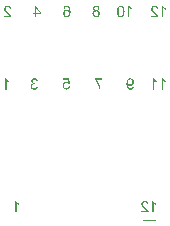
<source format=gbo>
G04*
G04 #@! TF.GenerationSoftware,Altium Limited,Altium Designer,23.9.2 (47)*
G04*
G04 Layer_Color=32896*
%FSLAX44Y44*%
%MOMM*%
G71*
G04*
G04 #@! TF.SameCoordinates,BDA42284-3A0F-4055-A59D-1AE2AF1CB793*
G04*
G04*
G04 #@! TF.FilePolarity,Positive*
G04*
G01*
G75*
%ADD11C,0.1000*%
G36*
X329743Y245915D02*
X329978Y245901D01*
X330200Y245859D01*
X330408Y245818D01*
X330602Y245762D01*
X330783Y245707D01*
X330949Y245637D01*
X331102Y245568D01*
X331240Y245499D01*
X331351Y245429D01*
X331448Y245374D01*
X331532Y245318D01*
X331601Y245277D01*
X331643Y245235D01*
X331670Y245221D01*
X331684Y245207D01*
X331823Y245069D01*
X331948Y244916D01*
X332072Y244750D01*
X332170Y244583D01*
X332336Y244251D01*
X332447Y243918D01*
X332489Y243765D01*
X332530Y243612D01*
X332558Y243488D01*
X332586Y243377D01*
X332599Y243280D01*
Y243210D01*
X332613Y243169D01*
Y243155D01*
X331407Y243030D01*
X331379Y243349D01*
X331324Y243626D01*
X331240Y243876D01*
X331143Y244070D01*
X331060Y244237D01*
X330977Y244347D01*
X330921Y244417D01*
X330894Y244445D01*
X330686Y244611D01*
X330464Y244736D01*
X330228Y244833D01*
X330020Y244888D01*
X329826Y244930D01*
X329659Y244944D01*
X329604Y244958D01*
X329521D01*
X329230Y244944D01*
X328966Y244888D01*
X328744Y244805D01*
X328550Y244722D01*
X328397Y244625D01*
X328300Y244556D01*
X328231Y244500D01*
X328203Y244472D01*
X328037Y244278D01*
X327912Y244084D01*
X327815Y243890D01*
X327759Y243696D01*
X327718Y243543D01*
X327704Y243405D01*
X327690Y243321D01*
Y243307D01*
Y243293D01*
X327718Y243044D01*
X327773Y242780D01*
X327870Y242545D01*
X327967Y242323D01*
X328078Y242143D01*
X328176Y241990D01*
X328203Y241934D01*
X328231Y241893D01*
X328259Y241879D01*
Y241865D01*
X328370Y241712D01*
X328508Y241560D01*
X328661Y241394D01*
X328827Y241227D01*
X329174Y240894D01*
X329521Y240562D01*
X329701Y240409D01*
X329854Y240270D01*
X330006Y240145D01*
X330131Y240035D01*
X330228Y239951D01*
X330311Y239882D01*
X330367Y239840D01*
X330381Y239826D01*
X330727Y239535D01*
X331046Y239258D01*
X331310Y239008D01*
X331518Y238800D01*
X331698Y238620D01*
X331823Y238495D01*
X331892Y238412D01*
X331920Y238398D01*
Y238384D01*
X332114Y238148D01*
X332267Y237927D01*
X332405Y237705D01*
X332516Y237510D01*
X332599Y237344D01*
X332655Y237219D01*
X332683Y237136D01*
X332697Y237122D01*
Y237108D01*
X332752Y236956D01*
X332780Y236817D01*
X332808Y236678D01*
X332821Y236553D01*
X332835Y236443D01*
Y236359D01*
Y236304D01*
Y236290D01*
X326470D01*
Y237427D01*
X331199D01*
X331032Y237663D01*
X330949Y237760D01*
X330880Y237857D01*
X330811Y237940D01*
X330755Y237996D01*
X330713Y238037D01*
X330700Y238051D01*
X330630Y238121D01*
X330547Y238190D01*
X330353Y238370D01*
X330131Y238578D01*
X329895Y238786D01*
X329673Y238967D01*
X329576Y239050D01*
X329493Y239133D01*
X329424Y239188D01*
X329368Y239230D01*
X329340Y239258D01*
X329327Y239272D01*
X329105Y239466D01*
X328883Y239646D01*
X328689Y239826D01*
X328508Y239979D01*
X328342Y240131D01*
X328203Y240270D01*
X328064Y240395D01*
X327954Y240506D01*
X327843Y240617D01*
X327759Y240700D01*
X327690Y240770D01*
X327621Y240839D01*
X327551Y240922D01*
X327524Y240950D01*
X327329Y241185D01*
X327163Y241394D01*
X327024Y241602D01*
X326913Y241768D01*
X326830Y241921D01*
X326775Y242031D01*
X326747Y242101D01*
X326733Y242129D01*
X326650Y242337D01*
X326595Y242545D01*
X326539Y242739D01*
X326511Y242905D01*
X326497Y243058D01*
X326483Y243169D01*
Y243238D01*
Y243266D01*
X326497Y243474D01*
X326525Y243668D01*
X326553Y243862D01*
X326608Y244029D01*
X326747Y244361D01*
X326886Y244625D01*
X326969Y244750D01*
X327038Y244847D01*
X327108Y244944D01*
X327177Y245013D01*
X327232Y245069D01*
X327260Y245124D01*
X327288Y245138D01*
X327302Y245152D01*
X327454Y245291D01*
X327621Y245415D01*
X327801Y245513D01*
X327981Y245596D01*
X328342Y245734D01*
X328703Y245832D01*
X328855Y245859D01*
X329008Y245887D01*
X329146Y245901D01*
X329257Y245915D01*
X329354Y245928D01*
X329493D01*
X329743Y245915D01*
D02*
G37*
G36*
X336594Y245693D02*
X336746Y245471D01*
X336926Y245249D01*
X337093Y245055D01*
X337259Y244888D01*
X337384Y244750D01*
X337440Y244708D01*
X337481Y244667D01*
X337495Y244653D01*
X337509Y244639D01*
X337800Y244403D01*
X338091Y244181D01*
X338369Y243987D01*
X338646Y243834D01*
X338882Y243696D01*
X338979Y243640D01*
X339062Y243599D01*
X339132Y243557D01*
X339187Y243543D01*
X339215Y243515D01*
X339229D01*
Y242378D01*
X339021Y242461D01*
X338812Y242558D01*
X338605Y242656D01*
X338410Y242753D01*
X338244Y242836D01*
X338105Y242905D01*
X338022Y242961D01*
X338008Y242975D01*
X337994D01*
X337745Y243127D01*
X337523Y243280D01*
X337329Y243418D01*
X337176Y243543D01*
X337037Y243640D01*
X336954Y243724D01*
X336885Y243779D01*
X336871Y243793D01*
Y236290D01*
X335692D01*
Y245928D01*
X336455D01*
X336594Y245693D01*
D02*
G37*
G36*
X336365Y184403D02*
X336517Y184181D01*
X336698Y183959D01*
X336864Y183765D01*
X337031Y183598D01*
X337155Y183460D01*
X337211Y183418D01*
X337253Y183377D01*
X337266Y183363D01*
X337280Y183349D01*
X337571Y183113D01*
X337863Y182891D01*
X338140Y182697D01*
X338418Y182544D01*
X338653Y182406D01*
X338750Y182350D01*
X338834Y182309D01*
X338903Y182267D01*
X338958Y182253D01*
X338986Y182225D01*
X339000D01*
Y181088D01*
X338792Y181171D01*
X338584Y181269D01*
X338376Y181366D01*
X338182Y181463D01*
X338015Y181546D01*
X337877Y181615D01*
X337793Y181671D01*
X337780Y181685D01*
X337766D01*
X337516Y181837D01*
X337294Y181990D01*
X337100Y182128D01*
X336948Y182253D01*
X336809Y182350D01*
X336726Y182433D01*
X336656Y182489D01*
X336642Y182503D01*
Y175000D01*
X335463D01*
Y184639D01*
X336226D01*
X336365Y184403D01*
D02*
G37*
G36*
X328904D02*
X329056Y184181D01*
X329237Y183959D01*
X329403Y183765D01*
X329570Y183598D01*
X329694Y183460D01*
X329750Y183418D01*
X329791Y183377D01*
X329805Y183363D01*
X329819Y183349D01*
X330110Y183113D01*
X330402Y182891D01*
X330679Y182697D01*
X330956Y182544D01*
X331192Y182406D01*
X331289Y182350D01*
X331372Y182309D01*
X331442Y182267D01*
X331497Y182253D01*
X331525Y182225D01*
X331539D01*
Y181088D01*
X331331Y181171D01*
X331123Y181269D01*
X330915Y181366D01*
X330720Y181463D01*
X330554Y181546D01*
X330415Y181615D01*
X330332Y181671D01*
X330318Y181685D01*
X330304D01*
X330055Y181837D01*
X329833Y181990D01*
X329639Y182128D01*
X329486Y182253D01*
X329348Y182350D01*
X329264Y182433D01*
X329195Y182489D01*
X329181Y182503D01*
Y175000D01*
X328002D01*
Y184639D01*
X328765D01*
X328904Y184403D01*
D02*
G37*
G36*
X307901Y245859D02*
X308053Y245637D01*
X308234Y245415D01*
X308400Y245221D01*
X308567Y245055D01*
X308692Y244916D01*
X308747Y244874D01*
X308789Y244833D01*
X308802Y244819D01*
X308816Y244805D01*
X309107Y244569D01*
X309399Y244347D01*
X309676Y244153D01*
X309953Y244001D01*
X310189Y243862D01*
X310286Y243807D01*
X310370Y243765D01*
X310439Y243724D01*
X310494Y243710D01*
X310522Y243682D01*
X310536D01*
Y242545D01*
X310328Y242628D01*
X310120Y242725D01*
X309912Y242822D01*
X309718Y242919D01*
X309551Y243002D01*
X309413Y243072D01*
X309329Y243127D01*
X309316Y243141D01*
X309302D01*
X309052Y243293D01*
X308830Y243446D01*
X308636Y243585D01*
X308484Y243710D01*
X308345Y243807D01*
X308262Y243890D01*
X308192Y243945D01*
X308178Y243959D01*
Y236456D01*
X306999D01*
Y246095D01*
X307762D01*
X307901Y245859D01*
D02*
G37*
G36*
X301216Y246067D02*
X301563Y246012D01*
X301854Y245915D01*
X302104Y245818D01*
X302312Y245707D01*
X302395Y245665D01*
X302465Y245610D01*
X302520Y245582D01*
X302562Y245554D01*
X302575Y245526D01*
X302589D01*
X302839Y245305D01*
X303047Y245041D01*
X303227Y244778D01*
X303366Y244528D01*
X303477Y244292D01*
X303532Y244195D01*
X303560Y244098D01*
X303588Y244029D01*
X303616Y243973D01*
X303629Y243945D01*
Y243932D01*
X303685Y243724D01*
X303741Y243515D01*
X303824Y243058D01*
X303893Y242600D01*
X303935Y242170D01*
X303948Y241962D01*
X303962Y241782D01*
Y241616D01*
X303976Y241463D01*
Y241352D01*
Y241255D01*
Y241199D01*
Y241185D01*
X303962Y240700D01*
X303935Y240243D01*
X303893Y239826D01*
X303824Y239438D01*
X303754Y239078D01*
X303671Y238759D01*
X303588Y238467D01*
X303505Y238218D01*
X303421Y237996D01*
X303324Y237802D01*
X303255Y237635D01*
X303186Y237510D01*
X303116Y237400D01*
X303075Y237330D01*
X303047Y237288D01*
X303033Y237275D01*
X302881Y237108D01*
X302714Y236956D01*
X302534Y236817D01*
X302354Y236706D01*
X302173Y236609D01*
X301993Y236526D01*
X301813Y236470D01*
X301646Y236415D01*
X301480Y236373D01*
X301327Y236346D01*
X301189Y236318D01*
X301078Y236304D01*
X300981Y236290D01*
X300842D01*
X300467Y236318D01*
X300121Y236373D01*
X299830Y236470D01*
X299580Y236567D01*
X299372Y236664D01*
X299303Y236720D01*
X299233Y236761D01*
X299178Y236789D01*
X299136Y236817D01*
X299122Y236845D01*
X299108D01*
X298859Y237080D01*
X298651Y237330D01*
X298470Y237607D01*
X298332Y237857D01*
X298221Y238093D01*
X298165Y238190D01*
X298138Y238287D01*
X298110Y238356D01*
X298082Y238412D01*
X298068Y238440D01*
Y238454D01*
X297999Y238661D01*
X297943Y238869D01*
X297860Y239313D01*
X297791Y239771D01*
X297749Y240215D01*
X297735Y240409D01*
X297722Y240589D01*
Y240756D01*
X297708Y240908D01*
Y241019D01*
Y241116D01*
Y241172D01*
Y241185D01*
Y241449D01*
X297722Y241699D01*
Y241921D01*
X297735Y242143D01*
X297763Y242337D01*
X297777Y242531D01*
X297791Y242697D01*
X297819Y242850D01*
X297833Y242988D01*
X297860Y243113D01*
X297874Y243210D01*
X297888Y243293D01*
X297902Y243363D01*
X297916Y243405D01*
X297930Y243432D01*
Y243446D01*
X298013Y243751D01*
X298110Y244029D01*
X298221Y244264D01*
X298304Y244472D01*
X298401Y244653D01*
X298457Y244778D01*
X298512Y244847D01*
X298526Y244874D01*
X298678Y245083D01*
X298831Y245263D01*
X298997Y245415D01*
X299150Y245554D01*
X299289Y245651D01*
X299400Y245721D01*
X299469Y245762D01*
X299483Y245776D01*
X299497D01*
X299719Y245887D01*
X299954Y245956D01*
X300176Y246012D01*
X300384Y246053D01*
X300565Y246081D01*
X300717Y246095D01*
X300842D01*
X301216Y246067D01*
D02*
G37*
G36*
X309155Y184632D02*
X309377Y184604D01*
X309598Y184562D01*
X309792Y184507D01*
X310167Y184354D01*
X310333Y184285D01*
X310472Y184202D01*
X310611Y184105D01*
X310722Y184035D01*
X310833Y183952D01*
X310916Y183883D01*
X310985Y183827D01*
X311027Y183786D01*
X311054Y183758D01*
X311068Y183744D01*
X311221Y183578D01*
X311346Y183384D01*
X311471Y183203D01*
X311568Y183009D01*
X311651Y182801D01*
X311720Y182607D01*
X311817Y182246D01*
X311859Y182066D01*
X311887Y181914D01*
X311901Y181761D01*
X311914Y181636D01*
X311928Y181539D01*
Y181470D01*
Y181414D01*
Y181400D01*
X311914Y181137D01*
X311887Y180901D01*
X311859Y180665D01*
X311803Y180443D01*
X311734Y180249D01*
X311665Y180055D01*
X311595Y179889D01*
X311512Y179736D01*
X311443Y179597D01*
X311374Y179473D01*
X311304Y179376D01*
X311235Y179279D01*
X311179Y179209D01*
X311152Y179168D01*
X311124Y179140D01*
X311110Y179126D01*
X310958Y178974D01*
X310791Y178849D01*
X310625Y178724D01*
X310444Y178627D01*
X310278Y178543D01*
X310112Y178474D01*
X309792Y178377D01*
X309654Y178335D01*
X309515Y178308D01*
X309404Y178294D01*
X309293Y178280D01*
X309210Y178266D01*
X309099D01*
X308836Y178280D01*
X308586Y178322D01*
X308364Y178377D01*
X308156Y178447D01*
X308004Y178502D01*
X307879Y178557D01*
X307796Y178599D01*
X307768Y178613D01*
X307546Y178752D01*
X307352Y178904D01*
X307185Y179057D01*
X307047Y179195D01*
X306950Y179334D01*
X306866Y179431D01*
X306811Y179501D01*
X306797Y179528D01*
Y179417D01*
Y179348D01*
Y179306D01*
Y179292D01*
X306811Y179015D01*
X306825Y178752D01*
X306852Y178516D01*
X306880Y178294D01*
X306922Y178114D01*
X306950Y177975D01*
X306963Y177920D01*
Y177878D01*
X306977Y177864D01*
Y177850D01*
X307047Y177600D01*
X307116Y177379D01*
X307185Y177184D01*
X307255Y177018D01*
X307310Y176893D01*
X307366Y176796D01*
X307393Y176727D01*
X307407Y176713D01*
X307518Y176560D01*
X307629Y176436D01*
X307740Y176325D01*
X307851Y176227D01*
X307934Y176144D01*
X308017Y176089D01*
X308073Y176061D01*
X308087Y176047D01*
X308239Y175964D01*
X308406Y175909D01*
X308558Y175867D01*
X308711Y175839D01*
X308836Y175825D01*
X308933Y175812D01*
X309030D01*
X309252Y175825D01*
X309460Y175867D01*
X309640Y175922D01*
X309792Y175992D01*
X309904Y176047D01*
X310000Y176103D01*
X310056Y176144D01*
X310070Y176158D01*
X310209Y176311D01*
X310319Y176491D01*
X310417Y176685D01*
X310486Y176879D01*
X310541Y177046D01*
X310583Y177198D01*
X310597Y177254D01*
Y177281D01*
X310611Y177309D01*
Y177323D01*
X311748Y177226D01*
X311665Y176824D01*
X311554Y176477D01*
X311415Y176172D01*
X311276Y175922D01*
X311138Y175728D01*
X311068Y175645D01*
X311013Y175576D01*
X310971Y175534D01*
X310930Y175492D01*
X310916Y175479D01*
X310902Y175465D01*
X310763Y175354D01*
X310611Y175257D01*
X310306Y175104D01*
X310000Y174993D01*
X309709Y174924D01*
X309446Y174868D01*
X309335Y174855D01*
X309238D01*
X309168Y174841D01*
X309058D01*
X308669Y174868D01*
X308323Y174924D01*
X308004Y175021D01*
X307740Y175132D01*
X307629Y175173D01*
X307518Y175229D01*
X307435Y175285D01*
X307352Y175326D01*
X307296Y175354D01*
X307255Y175382D01*
X307227Y175409D01*
X307213D01*
X306936Y175645D01*
X306686Y175909D01*
X306492Y176186D01*
X306325Y176449D01*
X306187Y176685D01*
X306131Y176796D01*
X306090Y176879D01*
X306062Y176963D01*
X306034Y177018D01*
X306020Y177046D01*
Y177060D01*
X305951Y177268D01*
X305882Y177503D01*
X305785Y177975D01*
X305715Y178474D01*
X305674Y178946D01*
X305646Y179154D01*
X305632Y179362D01*
Y179542D01*
X305618Y179695D01*
Y179819D01*
Y179916D01*
Y179986D01*
Y180000D01*
Y180319D01*
X305632Y180624D01*
X305660Y180901D01*
X305688Y181165D01*
X305715Y181400D01*
X305743Y181622D01*
X305785Y181830D01*
X305826Y182011D01*
X305868Y182163D01*
X305896Y182302D01*
X305937Y182427D01*
X305965Y182524D01*
X305993Y182593D01*
X306020Y182649D01*
X306034Y182676D01*
Y182690D01*
X306201Y183023D01*
X306381Y183314D01*
X306589Y183564D01*
X306769Y183772D01*
X306950Y183925D01*
X307088Y184035D01*
X307144Y184077D01*
X307185Y184105D01*
X307199Y184132D01*
X307213D01*
X307504Y184299D01*
X307796Y184424D01*
X308087Y184521D01*
X308350Y184576D01*
X308586Y184618D01*
X308683Y184632D01*
X308752D01*
X308822Y184646D01*
X308919D01*
X309155Y184632D01*
D02*
G37*
G36*
X280224Y246081D02*
X280446Y246067D01*
X280835Y245984D01*
X281015Y245928D01*
X281181Y245873D01*
X281334Y245804D01*
X281473Y245734D01*
X281583Y245665D01*
X281695Y245596D01*
X281792Y245540D01*
X281861Y245485D01*
X281916Y245443D01*
X281958Y245401D01*
X281986Y245388D01*
X282000Y245374D01*
X282124Y245235D01*
X282249Y245096D01*
X282346Y244944D01*
X282430Y244791D01*
X282568Y244500D01*
X282651Y244223D01*
X282707Y243987D01*
X282721Y243876D01*
X282735Y243793D01*
X282749Y243710D01*
Y243654D01*
Y243626D01*
Y243612D01*
X282735Y243363D01*
X282693Y243127D01*
X282638Y242919D01*
X282568Y242739D01*
X282513Y242600D01*
X282457Y242489D01*
X282416Y242434D01*
X282402Y242406D01*
X282249Y242239D01*
X282083Y242087D01*
X281903Y241948D01*
X281722Y241837D01*
X281556Y241754D01*
X281431Y241699D01*
X281376Y241671D01*
X281334Y241657D01*
X281320Y241643D01*
X281306D01*
X281625Y241546D01*
X281889Y241421D01*
X282124Y241269D01*
X282319Y241130D01*
X282471Y240991D01*
X282582Y240880D01*
X282638Y240811D01*
X282665Y240797D01*
Y240783D01*
X282818Y240534D01*
X282943Y240270D01*
X283026Y240021D01*
X283081Y239771D01*
X283109Y239549D01*
X283123Y239452D01*
Y239369D01*
X283137Y239313D01*
Y239258D01*
Y239230D01*
Y239216D01*
X283123Y238994D01*
X283095Y238772D01*
X283054Y238564D01*
X282998Y238356D01*
X282859Y238010D01*
X282790Y237843D01*
X282707Y237705D01*
X282624Y237566D01*
X282554Y237455D01*
X282471Y237358D01*
X282416Y237275D01*
X282360Y237205D01*
X282319Y237164D01*
X282291Y237136D01*
X282277Y237122D01*
X282111Y236970D01*
X281930Y236845D01*
X281736Y236734D01*
X281542Y236637D01*
X281362Y236567D01*
X281168Y236498D01*
X280793Y236401D01*
X280627Y236359D01*
X280474Y236332D01*
X280335Y236318D01*
X280211Y236304D01*
X280114Y236290D01*
X279975D01*
X279711Y236304D01*
X279475Y236332D01*
X279240Y236373D01*
X279018Y236415D01*
X278824Y236484D01*
X278630Y236553D01*
X278449Y236623D01*
X278297Y236706D01*
X278158Y236789D01*
X278033Y236859D01*
X277936Y236928D01*
X277839Y236997D01*
X277770Y237039D01*
X277728Y237080D01*
X277700Y237108D01*
X277687Y237122D01*
X277534Y237288D01*
X277395Y237455D01*
X277284Y237621D01*
X277187Y237802D01*
X277090Y237968D01*
X277021Y238148D01*
X276924Y238467D01*
X276882Y238620D01*
X276854Y238759D01*
X276840Y238883D01*
X276827Y238981D01*
X276813Y239064D01*
Y239133D01*
Y239175D01*
Y239188D01*
X276827Y239508D01*
X276882Y239799D01*
X276965Y240062D01*
X277049Y240284D01*
X277132Y240464D01*
X277215Y240603D01*
X277271Y240686D01*
X277284Y240700D01*
Y240714D01*
X277479Y240936D01*
X277687Y241130D01*
X277908Y241283D01*
X278116Y241421D01*
X278311Y241518D01*
X278477Y241588D01*
X278533Y241616D01*
X278574Y241629D01*
X278602Y241643D01*
X278616D01*
X278366Y241754D01*
X278158Y241879D01*
X277978Y242004D01*
X277825Y242129D01*
X277714Y242239D01*
X277631Y242323D01*
X277576Y242378D01*
X277562Y242406D01*
X277437Y242600D01*
X277354Y242794D01*
X277284Y242988D01*
X277243Y243183D01*
X277215Y243335D01*
X277201Y243460D01*
Y243543D01*
Y243557D01*
Y243571D01*
X277215Y243765D01*
X277229Y243945D01*
X277326Y244292D01*
X277451Y244597D01*
X277589Y244861D01*
X277728Y245069D01*
X277798Y245152D01*
X277853Y245235D01*
X277908Y245291D01*
X277950Y245332D01*
X277964Y245346D01*
X277978Y245360D01*
X278130Y245485D01*
X278283Y245610D01*
X278449Y245707D01*
X278616Y245790D01*
X278948Y245915D01*
X279281Y245998D01*
X279420Y246040D01*
X279559Y246053D01*
X279684Y246067D01*
X279795Y246081D01*
X279878Y246095D01*
X280002D01*
X280224Y246081D01*
D02*
G37*
G36*
X284960Y183494D02*
X280258D01*
X280591Y183092D01*
X280910Y182662D01*
X281187Y182246D01*
X281451Y181844D01*
X281562Y181664D01*
X281659Y181497D01*
X281756Y181345D01*
X281825Y181220D01*
X281881Y181109D01*
X281922Y181040D01*
X281950Y180984D01*
X281964Y180970D01*
X282241Y180415D01*
X282491Y179861D01*
X282699Y179334D01*
X282782Y179098D01*
X282866Y178862D01*
X282949Y178654D01*
X283004Y178460D01*
X283060Y178294D01*
X283101Y178155D01*
X283143Y178030D01*
X283171Y177947D01*
X283185Y177891D01*
Y177878D01*
X283323Y177309D01*
X283379Y177032D01*
X283420Y176782D01*
X283462Y176546D01*
X283503Y176310D01*
X283531Y176116D01*
X283559Y175922D01*
X283573Y175756D01*
X283587Y175603D01*
X283601Y175464D01*
Y175354D01*
X283614Y175270D01*
Y175215D01*
Y175173D01*
Y175159D01*
X282408D01*
X282366Y175686D01*
X282297Y176172D01*
X282228Y176616D01*
X282186Y176824D01*
X282144Y177018D01*
X282117Y177184D01*
X282075Y177337D01*
X282047Y177475D01*
X282020Y177586D01*
X281992Y177670D01*
X281978Y177739D01*
X281964Y177780D01*
Y177794D01*
X281756Y178432D01*
X281534Y179029D01*
X281423Y179320D01*
X281312Y179597D01*
X281187Y179847D01*
X281077Y180096D01*
X280979Y180318D01*
X280882Y180513D01*
X280799Y180679D01*
X280730Y180832D01*
X280660Y180956D01*
X280619Y181040D01*
X280591Y181095D01*
X280577Y181109D01*
X280411Y181400D01*
X280244Y181691D01*
X280078Y181955D01*
X279911Y182204D01*
X279759Y182426D01*
X279606Y182648D01*
X279454Y182842D01*
X279329Y183009D01*
X279204Y183175D01*
X279093Y183314D01*
X278982Y183425D01*
X278899Y183522D01*
X278844Y183605D01*
X278788Y183661D01*
X278761Y183688D01*
X278747Y183702D01*
Y184632D01*
X284960D01*
Y183494D01*
D02*
G37*
G36*
X255139Y246081D02*
X255403Y246053D01*
X255652Y245998D01*
X255888Y245928D01*
X256096Y245832D01*
X256304Y245748D01*
X256485Y245637D01*
X256651Y245540D01*
X256790Y245443D01*
X256928Y245332D01*
X257039Y245249D01*
X257122Y245166D01*
X257192Y245083D01*
X257247Y245027D01*
X257275Y244999D01*
X257289Y244986D01*
X257469Y244736D01*
X257622Y244445D01*
X257760Y244139D01*
X257885Y243820D01*
X257982Y243488D01*
X258065Y243155D01*
X258135Y242808D01*
X258190Y242489D01*
X258232Y242170D01*
X258260Y241879D01*
X258287Y241616D01*
X258301Y241394D01*
Y241199D01*
X258315Y241061D01*
Y241005D01*
Y240964D01*
Y240950D01*
Y240936D01*
X258301Y240492D01*
X258274Y240076D01*
X258232Y239688D01*
X258162Y239327D01*
X258093Y239008D01*
X258024Y238717D01*
X257941Y238454D01*
X257844Y238218D01*
X257760Y238024D01*
X257677Y237843D01*
X257608Y237705D01*
X257525Y237580D01*
X257469Y237483D01*
X257428Y237427D01*
X257400Y237386D01*
X257386Y237372D01*
X257206Y237178D01*
X257011Y237011D01*
X256817Y236873D01*
X256623Y236748D01*
X256415Y236637D01*
X256221Y236553D01*
X256027Y236484D01*
X255833Y236429D01*
X255666Y236387D01*
X255500Y236346D01*
X255361Y236318D01*
X255236Y236304D01*
X255125D01*
X255056Y236290D01*
X254987D01*
X254668Y236304D01*
X254377Y236359D01*
X254113Y236415D01*
X253877Y236498D01*
X253697Y236567D01*
X253558Y236637D01*
X253503Y236651D01*
X253461Y236678D01*
X253447Y236692D01*
X253433D01*
X253198Y236859D01*
X252976Y237053D01*
X252796Y237247D01*
X252643Y237441D01*
X252518Y237621D01*
X252435Y237760D01*
X252407Y237815D01*
X252379Y237857D01*
X252365Y237871D01*
Y237885D01*
X252227Y238176D01*
X252130Y238481D01*
X252060Y238759D01*
X252019Y239022D01*
X251977Y239244D01*
Y239327D01*
X251963Y239410D01*
Y239480D01*
Y239521D01*
Y239549D01*
Y239563D01*
X251977Y239813D01*
X252005Y240048D01*
X252047Y240284D01*
X252088Y240492D01*
X252157Y240686D01*
X252227Y240880D01*
X252296Y241047D01*
X252379Y241199D01*
X252463Y241338D01*
X252532Y241463D01*
X252601Y241560D01*
X252671Y241657D01*
X252712Y241726D01*
X252754Y241768D01*
X252782Y241796D01*
X252796Y241810D01*
X252948Y241962D01*
X253114Y242101D01*
X253295Y242212D01*
X253461Y242309D01*
X253628Y242406D01*
X253794Y242475D01*
X254113Y242572D01*
X254252Y242614D01*
X254390Y242642D01*
X254501Y242656D01*
X254612Y242670D01*
X254695Y242683D01*
X254806D01*
X255056Y242670D01*
X255292Y242628D01*
X255514Y242586D01*
X255708Y242531D01*
X255874Y242461D01*
X255999Y242420D01*
X256082Y242378D01*
X256096Y242364D01*
X256110D01*
X256332Y242226D01*
X256526Y242073D01*
X256706Y241921D01*
X256845Y241754D01*
X256970Y241616D01*
X257067Y241504D01*
X257122Y241421D01*
X257136Y241407D01*
Y241657D01*
X257122Y241907D01*
X257108Y242129D01*
X257081Y242351D01*
X257067Y242545D01*
X257039Y242725D01*
X257011Y242891D01*
X256970Y243044D01*
X256942Y243183D01*
X256914Y243293D01*
X256887Y243391D01*
X256873Y243474D01*
X256845Y243529D01*
X256831Y243571D01*
X256817Y243599D01*
Y243612D01*
X256679Y243890D01*
X256540Y244139D01*
X256387Y244334D01*
X256249Y244500D01*
X256124Y244639D01*
X256027Y244736D01*
X255958Y244791D01*
X255930Y244805D01*
X255763Y244916D01*
X255597Y244986D01*
X255431Y245041D01*
X255264Y245083D01*
X255139Y245110D01*
X255028Y245124D01*
X254931D01*
X254682Y245096D01*
X254446Y245041D01*
X254252Y244958D01*
X254071Y244874D01*
X253933Y244778D01*
X253836Y244694D01*
X253780Y244639D01*
X253752Y244611D01*
X253655Y244486D01*
X253558Y244334D01*
X253475Y244167D01*
X253419Y244001D01*
X253364Y243848D01*
X253323Y243724D01*
X253309Y243640D01*
X253295Y243626D01*
Y243612D01*
X252116Y243710D01*
X252199Y244098D01*
X252324Y244445D01*
X252463Y244750D01*
X252615Y244999D01*
X252768Y245194D01*
X252823Y245277D01*
X252892Y245346D01*
X252934Y245388D01*
X252976Y245429D01*
X252990Y245443D01*
X253004Y245457D01*
X253142Y245568D01*
X253295Y245665D01*
X253600Y245832D01*
X253905Y245942D01*
X254196Y246012D01*
X254460Y246067D01*
X254571Y246081D01*
X254668D01*
X254751Y246095D01*
X254862D01*
X255139Y246081D01*
D02*
G37*
G36*
X257624Y179701D02*
X256514Y179549D01*
X256417Y179701D01*
X256292Y179826D01*
X256181Y179951D01*
X256070Y180048D01*
X255959Y180117D01*
X255876Y180187D01*
X255821Y180215D01*
X255807Y180228D01*
X255627Y180312D01*
X255446Y180381D01*
X255280Y180422D01*
X255114Y180464D01*
X254975Y180478D01*
X254864Y180492D01*
X254600D01*
X254434Y180464D01*
X254143Y180395D01*
X253893Y180298D01*
X253671Y180201D01*
X253505Y180090D01*
X253380Y179993D01*
X253311Y179923D01*
X253283Y179909D01*
Y179896D01*
X253089Y179660D01*
X252950Y179410D01*
X252853Y179147D01*
X252784Y178883D01*
X252742Y178661D01*
X252728Y178564D01*
Y178481D01*
X252714Y178412D01*
Y178356D01*
Y178328D01*
Y178315D01*
Y178120D01*
X252742Y177940D01*
X252811Y177593D01*
X252908Y177302D01*
X253006Y177066D01*
X253116Y176872D01*
X253214Y176720D01*
X253255Y176678D01*
X253283Y176637D01*
X253297Y176623D01*
X253311Y176609D01*
X253421Y176498D01*
X253533Y176401D01*
X253782Y176234D01*
X254018Y176123D01*
X254254Y176054D01*
X254448Y175998D01*
X254614Y175985D01*
X254670Y175971D01*
X254753D01*
X255016Y175985D01*
X255252Y176040D01*
X255460Y176110D01*
X255627Y176193D01*
X255779Y176276D01*
X255890Y176345D01*
X255946Y176401D01*
X255973Y176415D01*
X256140Y176609D01*
X256278Y176817D01*
X256389Y177052D01*
X256473Y177261D01*
X256528Y177469D01*
X256570Y177621D01*
X256583Y177691D01*
X256597Y177732D01*
Y177760D01*
Y177774D01*
X257832Y177677D01*
X257804Y177455D01*
X257762Y177247D01*
X257638Y176858D01*
X257485Y176525D01*
X257402Y176373D01*
X257318Y176248D01*
X257249Y176123D01*
X257166Y176012D01*
X257097Y175929D01*
X257027Y175860D01*
X256972Y175804D01*
X256944Y175749D01*
X256916Y175735D01*
X256903Y175721D01*
X256736Y175596D01*
X256570Y175485D01*
X256389Y175388D01*
X256209Y175305D01*
X255862Y175180D01*
X255516Y175097D01*
X255363Y175056D01*
X255210Y175042D01*
X255086Y175028D01*
X254975Y175014D01*
X254878Y175000D01*
X254753D01*
X254462Y175014D01*
X254184Y175056D01*
X253921Y175111D01*
X253685Y175180D01*
X253463Y175277D01*
X253255Y175375D01*
X253061Y175471D01*
X252894Y175583D01*
X252742Y175693D01*
X252603Y175791D01*
X252492Y175902D01*
X252395Y175985D01*
X252326Y176054D01*
X252270Y176110D01*
X252243Y176151D01*
X252229Y176165D01*
X252090Y176345D01*
X251979Y176539D01*
X251868Y176720D01*
X251785Y176914D01*
X251646Y177288D01*
X251563Y177649D01*
X251535Y177801D01*
X251508Y177954D01*
X251494Y178079D01*
X251480Y178190D01*
X251466Y178287D01*
Y178356D01*
Y178398D01*
Y178412D01*
X251480Y178661D01*
X251508Y178897D01*
X251549Y179133D01*
X251605Y179341D01*
X251674Y179535D01*
X251743Y179729D01*
X251827Y179896D01*
X251896Y180048D01*
X251979Y180187D01*
X252062Y180312D01*
X252132Y180409D01*
X252201Y180506D01*
X252257Y180575D01*
X252298Y180617D01*
X252326Y180644D01*
X252340Y180658D01*
X252506Y180811D01*
X252673Y180949D01*
X252853Y181061D01*
X253033Y181158D01*
X253214Y181255D01*
X253394Y181324D01*
X253727Y181421D01*
X253879Y181463D01*
X254018Y181490D01*
X254143Y181504D01*
X254254Y181518D01*
X254337Y181532D01*
X254642D01*
X254808Y181504D01*
X255141Y181435D01*
X255446Y181338D01*
X255724Y181227D01*
X255946Y181116D01*
X256043Y181061D01*
X256126Y181019D01*
X256195Y180977D01*
X256237Y180949D01*
X256264Y180936D01*
X256278Y180922D01*
X255765Y183515D01*
X251924D01*
Y184639D01*
X256695D01*
X257624Y179701D01*
D02*
G37*
G36*
X203865Y184403D02*
X204018Y184181D01*
X204198Y183959D01*
X204364Y183765D01*
X204531Y183598D01*
X204655Y183460D01*
X204711Y183418D01*
X204753Y183377D01*
X204766Y183363D01*
X204780Y183349D01*
X205072Y183113D01*
X205363Y182891D01*
X205640Y182697D01*
X205917Y182544D01*
X206153Y182406D01*
X206250Y182350D01*
X206334Y182309D01*
X206403Y182267D01*
X206458Y182253D01*
X206486Y182225D01*
X206500D01*
Y181088D01*
X206292Y181171D01*
X206084Y181269D01*
X205876Y181366D01*
X205682Y181463D01*
X205515Y181546D01*
X205377Y181615D01*
X205293Y181671D01*
X205280Y181685D01*
X205266D01*
X205016Y181837D01*
X204794Y181990D01*
X204600Y182128D01*
X204447Y182253D01*
X204309Y182350D01*
X204226Y182433D01*
X204156Y182489D01*
X204142Y182503D01*
Y175000D01*
X202964D01*
Y184639D01*
X203726D01*
X203865Y184403D01*
D02*
G37*
G36*
X205270Y245915D02*
X205506Y245901D01*
X205727Y245859D01*
X205935Y245818D01*
X206129Y245762D01*
X206310Y245707D01*
X206476Y245637D01*
X206629Y245568D01*
X206768Y245499D01*
X206878Y245429D01*
X206975Y245374D01*
X207059Y245318D01*
X207128Y245277D01*
X207170Y245235D01*
X207197Y245221D01*
X207211Y245207D01*
X207350Y245069D01*
X207475Y244916D01*
X207600Y244750D01*
X207697Y244583D01*
X207863Y244251D01*
X207974Y243918D01*
X208016Y243765D01*
X208057Y243612D01*
X208085Y243488D01*
X208113Y243377D01*
X208127Y243280D01*
Y243210D01*
X208141Y243169D01*
Y243155D01*
X206934Y243030D01*
X206906Y243349D01*
X206851Y243626D01*
X206768Y243876D01*
X206670Y244070D01*
X206587Y244237D01*
X206504Y244347D01*
X206448Y244417D01*
X206421Y244445D01*
X206213Y244611D01*
X205991Y244736D01*
X205755Y244833D01*
X205547Y244888D01*
X205353Y244930D01*
X205187Y244944D01*
X205131Y244958D01*
X205048D01*
X204757Y244944D01*
X204493Y244888D01*
X204271Y244805D01*
X204077Y244722D01*
X203925Y244625D01*
X203827Y244556D01*
X203758Y244500D01*
X203730Y244472D01*
X203564Y244278D01*
X203439Y244084D01*
X203342Y243890D01*
X203286Y243696D01*
X203245Y243543D01*
X203231Y243405D01*
X203217Y243321D01*
Y243307D01*
Y243293D01*
X203245Y243044D01*
X203300Y242780D01*
X203398Y242545D01*
X203494Y242323D01*
X203605Y242143D01*
X203703Y241990D01*
X203730Y241934D01*
X203758Y241893D01*
X203786Y241879D01*
Y241865D01*
X203897Y241712D01*
X204035Y241560D01*
X204188Y241394D01*
X204354Y241227D01*
X204701Y240894D01*
X205048Y240562D01*
X205228Y240409D01*
X205381Y240270D01*
X205533Y240145D01*
X205658Y240035D01*
X205755Y239951D01*
X205838Y239882D01*
X205894Y239840D01*
X205908Y239826D01*
X206254Y239535D01*
X206573Y239258D01*
X206837Y239008D01*
X207045Y238800D01*
X207225Y238620D01*
X207350Y238495D01*
X207419Y238412D01*
X207447Y238398D01*
Y238384D01*
X207641Y238148D01*
X207794Y237927D01*
X207932Y237705D01*
X208043Y237510D01*
X208127Y237344D01*
X208182Y237219D01*
X208210Y237136D01*
X208224Y237122D01*
Y237108D01*
X208279Y236956D01*
X208307Y236817D01*
X208335Y236678D01*
X208349Y236553D01*
X208362Y236443D01*
Y236359D01*
Y236304D01*
Y236290D01*
X201997D01*
Y237427D01*
X206726D01*
X206560Y237663D01*
X206476Y237760D01*
X206407Y237857D01*
X206338Y237940D01*
X206282Y237996D01*
X206241Y238037D01*
X206227Y238051D01*
X206157Y238121D01*
X206074Y238190D01*
X205880Y238370D01*
X205658Y238578D01*
X205422Y238786D01*
X205200Y238967D01*
X205103Y239050D01*
X205020Y239133D01*
X204951Y239188D01*
X204895Y239230D01*
X204867Y239258D01*
X204854Y239272D01*
X204632Y239466D01*
X204410Y239646D01*
X204216Y239826D01*
X204035Y239979D01*
X203869Y240131D01*
X203730Y240270D01*
X203592Y240395D01*
X203481Y240506D01*
X203370Y240617D01*
X203286Y240700D01*
X203217Y240770D01*
X203148Y240839D01*
X203078Y240922D01*
X203051Y240950D01*
X202857Y241185D01*
X202690Y241394D01*
X202551Y241602D01*
X202440Y241768D01*
X202357Y241921D01*
X202302Y242031D01*
X202274Y242101D01*
X202260Y242129D01*
X202177Y242337D01*
X202122Y242545D01*
X202066Y242739D01*
X202038Y242905D01*
X202024Y243058D01*
X202011Y243169D01*
Y243238D01*
Y243266D01*
X202024Y243474D01*
X202052Y243668D01*
X202080Y243862D01*
X202135Y244029D01*
X202274Y244361D01*
X202413Y244625D01*
X202496Y244750D01*
X202565Y244847D01*
X202635Y244944D01*
X202704Y245013D01*
X202759Y245069D01*
X202787Y245124D01*
X202815Y245138D01*
X202829Y245152D01*
X202981Y245291D01*
X203148Y245415D01*
X203328Y245513D01*
X203508Y245596D01*
X203869Y245734D01*
X204230Y245832D01*
X204382Y245859D01*
X204535Y245887D01*
X204673Y245901D01*
X204784Y245915D01*
X204881Y245928D01*
X205020D01*
X205270Y245915D01*
D02*
G37*
G36*
X228195Y184618D02*
X228569Y184549D01*
X228888Y184438D01*
X229165Y184327D01*
X229290Y184257D01*
X229387Y184202D01*
X229484Y184146D01*
X229554Y184091D01*
X229609Y184049D01*
X229651Y184022D01*
X229679Y184008D01*
X229692Y183994D01*
X229956Y183730D01*
X230164Y183439D01*
X230330Y183134D01*
X230469Y182829D01*
X230552Y182565D01*
X230594Y182454D01*
X230622Y182357D01*
X230636Y182274D01*
X230649Y182219D01*
X230663Y182177D01*
Y182163D01*
X229484Y181955D01*
X229429Y182260D01*
X229346Y182524D01*
X229249Y182746D01*
X229152Y182926D01*
X229055Y183065D01*
X228971Y183162D01*
X228916Y183231D01*
X228902Y183245D01*
X228722Y183384D01*
X228528Y183495D01*
X228347Y183564D01*
X228167Y183619D01*
X228001Y183647D01*
X227876Y183675D01*
X227765D01*
X227515Y183661D01*
X227293Y183605D01*
X227099Y183536D01*
X226933Y183467D01*
X226808Y183384D01*
X226711Y183314D01*
X226641Y183259D01*
X226628Y183245D01*
X226475Y183078D01*
X226364Y182898D01*
X226295Y182718D01*
X226239Y182551D01*
X226211Y182399D01*
X226184Y182288D01*
Y182205D01*
Y182191D01*
Y182177D01*
Y182024D01*
X226211Y181886D01*
X226281Y181650D01*
X226378Y181442D01*
X226489Y181262D01*
X226600Y181137D01*
X226697Y181040D01*
X226766Y180984D01*
X226780Y180970D01*
X226794D01*
X227030Y180846D01*
X227252Y180749D01*
X227487Y180679D01*
X227695Y180638D01*
X227876Y180610D01*
X228028Y180582D01*
X228209D01*
X228264Y180596D01*
X228333D01*
X228472Y179556D01*
X228292Y179597D01*
X228125Y179625D01*
X227987Y179653D01*
X227862Y179667D01*
X227765Y179681D01*
X227640D01*
X227349Y179653D01*
X227085Y179597D01*
X226849Y179514D01*
X226655Y179417D01*
X226503Y179320D01*
X226392Y179237D01*
X226322Y179181D01*
X226295Y179154D01*
X226114Y178946D01*
X225976Y178724D01*
X225879Y178502D01*
X225823Y178280D01*
X225782Y178100D01*
X225768Y177947D01*
X225754Y177892D01*
Y177850D01*
Y177822D01*
Y177808D01*
X225782Y177503D01*
X225851Y177226D01*
X225934Y176990D01*
X226045Y176782D01*
X226156Y176616D01*
X226239Y176491D01*
X226309Y176408D01*
X226336Y176380D01*
X226558Y176186D01*
X226794Y176047D01*
X227030Y175950D01*
X227252Y175881D01*
X227446Y175839D01*
X227598Y175825D01*
X227654Y175812D01*
X227737D01*
X227987Y175825D01*
X228222Y175881D01*
X228430Y175950D01*
X228597Y176033D01*
X228736Y176103D01*
X228846Y176172D01*
X228902Y176227D01*
X228930Y176241D01*
X229096Y176436D01*
X229235Y176657D01*
X229360Y176893D01*
X229457Y177143D01*
X229526Y177351D01*
X229554Y177448D01*
X229568Y177531D01*
X229582Y177600D01*
X229595Y177656D01*
X229609Y177684D01*
Y177698D01*
X230788Y177545D01*
X230760Y177323D01*
X230719Y177115D01*
X230594Y176727D01*
X230441Y176394D01*
X230358Y176255D01*
X230275Y176117D01*
X230192Y175992D01*
X230109Y175895D01*
X230039Y175798D01*
X229970Y175728D01*
X229928Y175673D01*
X229887Y175631D01*
X229859Y175603D01*
X229845Y175590D01*
X229679Y175465D01*
X229512Y175340D01*
X229346Y175243D01*
X229165Y175160D01*
X228819Y175021D01*
X228486Y174938D01*
X228333Y174910D01*
X228195Y174882D01*
X228070Y174868D01*
X227959Y174855D01*
X227876Y174841D01*
X227751D01*
X227487Y174855D01*
X227252Y174882D01*
X227016Y174924D01*
X226794Y174979D01*
X226586Y175049D01*
X226406Y175118D01*
X226225Y175201D01*
X226073Y175285D01*
X225920Y175354D01*
X225795Y175437D01*
X225685Y175506D01*
X225601Y175576D01*
X225532Y175631D01*
X225476Y175673D01*
X225449Y175700D01*
X225435Y175714D01*
X225268Y175881D01*
X225130Y176061D01*
X225005Y176241D01*
X224894Y176422D01*
X224811Y176588D01*
X224728Y176768D01*
X224617Y177101D01*
X224589Y177254D01*
X224561Y177393D01*
X224533Y177517D01*
X224520Y177628D01*
X224506Y177711D01*
Y177781D01*
Y177822D01*
Y177836D01*
X224520Y178169D01*
X224575Y178474D01*
X224658Y178738D01*
X224741Y178960D01*
X224825Y179140D01*
X224908Y179279D01*
X224963Y179362D01*
X224977Y179389D01*
X225171Y179597D01*
X225379Y179778D01*
X225601Y179916D01*
X225823Y180028D01*
X226017Y180111D01*
X226170Y180166D01*
X226225Y180180D01*
X226267Y180194D01*
X226295Y180208D01*
X226309D01*
X226073Y180333D01*
X225879Y180457D01*
X225712Y180596D01*
X225574Y180721D01*
X225463Y180832D01*
X225379Y180929D01*
X225338Y180984D01*
X225324Y181012D01*
X225213Y181206D01*
X225130Y181400D01*
X225060Y181595D01*
X225019Y181775D01*
X224991Y181927D01*
X224977Y182038D01*
Y182122D01*
Y182149D01*
X224991Y182385D01*
X225033Y182621D01*
X225088Y182829D01*
X225158Y183009D01*
X225227Y183162D01*
X225282Y183286D01*
X225324Y183356D01*
X225338Y183384D01*
X225476Y183592D01*
X225643Y183772D01*
X225809Y183925D01*
X225976Y184063D01*
X226114Y184160D01*
X226239Y184243D01*
X226322Y184285D01*
X226336Y184299D01*
X226350D01*
X226600Y184410D01*
X226849Y184493D01*
X227099Y184562D01*
X227321Y184604D01*
X227501Y184632D01*
X227654Y184646D01*
X228001D01*
X228195Y184618D01*
D02*
G37*
G36*
X233193Y239674D02*
Y238592D01*
X229019D01*
Y236290D01*
X227840D01*
Y238592D01*
X226537D01*
Y239674D01*
X227840D01*
Y245887D01*
X228797D01*
X233193Y239674D01*
D02*
G37*
G36*
X321514Y80625D02*
X321750Y80611D01*
X321972Y80569D01*
X322180Y80528D01*
X322374Y80472D01*
X322554Y80417D01*
X322721Y80347D01*
X322873Y80278D01*
X323012Y80209D01*
X323123Y80139D01*
X323220Y80084D01*
X323303Y80028D01*
X323372Y79987D01*
X323414Y79945D01*
X323442Y79931D01*
X323456Y79917D01*
X323594Y79779D01*
X323719Y79626D01*
X323844Y79460D01*
X323941Y79293D01*
X324107Y78960D01*
X324218Y78628D01*
X324260Y78475D01*
X324302Y78323D01*
X324329Y78198D01*
X324357Y78087D01*
X324371Y77990D01*
Y77920D01*
X324385Y77879D01*
Y77865D01*
X323178Y77740D01*
X323150Y78059D01*
X323095Y78336D01*
X323012Y78586D01*
X322915Y78780D01*
X322831Y78947D01*
X322748Y79058D01*
X322693Y79127D01*
X322665Y79155D01*
X322457Y79321D01*
X322235Y79446D01*
X321999Y79543D01*
X321791Y79598D01*
X321597Y79640D01*
X321431Y79654D01*
X321375Y79668D01*
X321292D01*
X321001Y79654D01*
X320737Y79598D01*
X320516Y79515D01*
X320321Y79432D01*
X320169Y79335D01*
X320072Y79266D01*
X320002Y79210D01*
X319975Y79182D01*
X319808Y78988D01*
X319683Y78794D01*
X319586Y78600D01*
X319531Y78406D01*
X319489Y78253D01*
X319475Y78115D01*
X319461Y78031D01*
Y78017D01*
Y78004D01*
X319489Y77754D01*
X319545Y77490D01*
X319642Y77255D01*
X319739Y77033D01*
X319850Y76852D01*
X319947Y76700D01*
X319975Y76644D01*
X320002Y76603D01*
X320030Y76589D01*
Y76575D01*
X320141Y76423D01*
X320280Y76270D01*
X320432Y76104D01*
X320599Y75937D01*
X320945Y75604D01*
X321292Y75272D01*
X321472Y75119D01*
X321625Y74980D01*
X321777Y74855D01*
X321902Y74745D01*
X321999Y74661D01*
X322083Y74592D01*
X322138Y74550D01*
X322152Y74536D01*
X322499Y74245D01*
X322818Y73968D01*
X323081Y73718D01*
X323289Y73510D01*
X323470Y73330D01*
X323594Y73205D01*
X323664Y73122D01*
X323691Y73108D01*
Y73094D01*
X323885Y72858D01*
X324038Y72636D01*
X324177Y72415D01*
X324288Y72220D01*
X324371Y72054D01*
X324426Y71929D01*
X324454Y71846D01*
X324468Y71832D01*
Y71818D01*
X324524Y71666D01*
X324551Y71527D01*
X324579Y71388D01*
X324593Y71263D01*
X324607Y71153D01*
Y71069D01*
Y71014D01*
Y71000D01*
X318241D01*
Y72137D01*
X322970D01*
X322804Y72373D01*
X322721Y72470D01*
X322651Y72567D01*
X322582Y72650D01*
X322526Y72706D01*
X322485Y72747D01*
X322471Y72761D01*
X322402Y72831D01*
X322318Y72900D01*
X322124Y73080D01*
X321902Y73288D01*
X321667Y73496D01*
X321445Y73677D01*
X321348Y73760D01*
X321264Y73843D01*
X321195Y73899D01*
X321140Y73940D01*
X321112Y73968D01*
X321098Y73982D01*
X320876Y74176D01*
X320654Y74356D01*
X320460Y74536D01*
X320280Y74689D01*
X320113Y74842D01*
X319975Y74980D01*
X319836Y75105D01*
X319725Y75216D01*
X319614Y75327D01*
X319531Y75410D01*
X319461Y75479D01*
X319392Y75549D01*
X319323Y75632D01*
X319295Y75660D01*
X319101Y75896D01*
X318934Y76104D01*
X318796Y76312D01*
X318685Y76478D01*
X318602Y76631D01*
X318546Y76741D01*
X318518Y76811D01*
X318505Y76839D01*
X318421Y77047D01*
X318366Y77255D01*
X318310Y77449D01*
X318283Y77615D01*
X318269Y77768D01*
X318255Y77879D01*
Y77948D01*
Y77976D01*
X318269Y78184D01*
X318297Y78378D01*
X318324Y78572D01*
X318380Y78739D01*
X318518Y79071D01*
X318657Y79335D01*
X318740Y79460D01*
X318810Y79557D01*
X318879Y79654D01*
X318948Y79723D01*
X319004Y79779D01*
X319032Y79834D01*
X319059Y79848D01*
X319073Y79862D01*
X319226Y80001D01*
X319392Y80125D01*
X319572Y80223D01*
X319753Y80306D01*
X320113Y80444D01*
X320474Y80541D01*
X320626Y80569D01*
X320779Y80597D01*
X320918Y80611D01*
X321029Y80625D01*
X321126Y80639D01*
X321264D01*
X321514Y80625D01*
D02*
G37*
G36*
X328365Y80403D02*
X328518Y80181D01*
X328698Y79959D01*
X328864Y79765D01*
X329031Y79598D01*
X329156Y79460D01*
X329211Y79418D01*
X329253Y79377D01*
X329266Y79363D01*
X329280Y79349D01*
X329572Y79113D01*
X329863Y78891D01*
X330140Y78697D01*
X330418Y78544D01*
X330653Y78406D01*
X330750Y78350D01*
X330834Y78309D01*
X330903Y78267D01*
X330958Y78253D01*
X330986Y78225D01*
X331000D01*
Y77088D01*
X330792Y77171D01*
X330584Y77269D01*
X330376Y77366D01*
X330182Y77463D01*
X330015Y77546D01*
X329877Y77615D01*
X329793Y77671D01*
X329780Y77685D01*
X329766D01*
X329516Y77837D01*
X329294Y77990D01*
X329100Y78128D01*
X328947Y78253D01*
X328809Y78350D01*
X328726Y78433D01*
X328656Y78489D01*
X328642Y78503D01*
Y71000D01*
X327464D01*
Y80639D01*
X328226D01*
X328365Y80403D01*
D02*
G37*
G36*
X212365D02*
X212518Y80181D01*
X212698Y79959D01*
X212864Y79765D01*
X213031Y79598D01*
X213155Y79460D01*
X213211Y79418D01*
X213253Y79377D01*
X213266Y79363D01*
X213280Y79349D01*
X213571Y79113D01*
X213863Y78891D01*
X214140Y78697D01*
X214417Y78544D01*
X214653Y78406D01*
X214750Y78350D01*
X214834Y78309D01*
X214903Y78267D01*
X214958Y78253D01*
X214986Y78225D01*
X215000D01*
Y77088D01*
X214792Y77171D01*
X214584Y77269D01*
X214376Y77366D01*
X214182Y77463D01*
X214015Y77546D01*
X213877Y77615D01*
X213793Y77671D01*
X213780Y77685D01*
X213766D01*
X213516Y77837D01*
X213294Y77990D01*
X213100Y78128D01*
X212947Y78253D01*
X212809Y78350D01*
X212726Y78433D01*
X212656Y78489D01*
X212642Y78503D01*
Y71000D01*
X211464D01*
Y80639D01*
X212226D01*
X212365Y80403D01*
D02*
G37*
%LPC*%
G36*
X300939Y245124D02*
X300856D01*
X300703Y245110D01*
X300551Y245096D01*
X300412Y245055D01*
X300287Y244999D01*
X300051Y244874D01*
X299843Y244736D01*
X299691Y244583D01*
X299566Y244459D01*
X299524Y244403D01*
X299497Y244361D01*
X299469Y244347D01*
Y244334D01*
X299372Y244167D01*
X299289Y243973D01*
X299205Y243751D01*
X299150Y243515D01*
X299095Y243266D01*
X299053Y243002D01*
X298984Y242475D01*
X298956Y242212D01*
X298942Y241976D01*
X298928Y241754D01*
Y241574D01*
X298914Y241407D01*
Y241283D01*
Y241213D01*
Y241199D01*
Y241185D01*
Y240756D01*
X298942Y240367D01*
X298970Y240021D01*
X298997Y239688D01*
X299039Y239410D01*
X299095Y239147D01*
X299150Y238925D01*
X299192Y238717D01*
X299247Y238551D01*
X299303Y238412D01*
X299344Y238287D01*
X299400Y238190D01*
X299427Y238121D01*
X299455Y238079D01*
X299483Y238051D01*
Y238037D01*
X299594Y237899D01*
X299705Y237788D01*
X299816Y237677D01*
X299927Y237594D01*
X300162Y237455D01*
X300370Y237358D01*
X300565Y237302D01*
X300703Y237275D01*
X300759Y237261D01*
X300842D01*
X300994Y237275D01*
X301133Y237288D01*
X301397Y237386D01*
X301632Y237510D01*
X301840Y237649D01*
X301993Y237788D01*
X302118Y237913D01*
X302187Y238010D01*
X302215Y238024D01*
Y238037D01*
X302312Y238204D01*
X302395Y238398D01*
X302478Y238620D01*
X302534Y238856D01*
X302589Y239105D01*
X302631Y239369D01*
X302700Y239910D01*
X302728Y240159D01*
X302742Y240395D01*
X302756Y240617D01*
Y240797D01*
X302770Y240964D01*
Y241089D01*
Y241158D01*
Y241185D01*
X302756Y241616D01*
X302742Y242004D01*
X302714Y242364D01*
X302673Y242697D01*
X302631Y242988D01*
X302575Y243252D01*
X302520Y243488D01*
X302465Y243696D01*
X302409Y243876D01*
X302367Y244029D01*
X302312Y244153D01*
X302270Y244264D01*
X302229Y244334D01*
X302201Y244389D01*
X302173Y244417D01*
Y244431D01*
X302076Y244556D01*
X301979Y244667D01*
X301868Y244750D01*
X301757Y244833D01*
X301535Y244958D01*
X301327Y245041D01*
X301147Y245083D01*
X300994Y245110D01*
X300939Y245124D01*
D02*
G37*
G36*
X308850Y183675D02*
X308628D01*
X308489Y183647D01*
X308239Y183578D01*
X308017Y183481D01*
X307823Y183384D01*
X307671Y183273D01*
X307560Y183176D01*
X307490Y183106D01*
X307463Y183092D01*
Y183078D01*
X307282Y182843D01*
X307144Y182579D01*
X307047Y182302D01*
X306991Y182038D01*
X306950Y181817D01*
X306936Y181719D01*
Y181622D01*
X306922Y181553D01*
Y181497D01*
Y181470D01*
Y181456D01*
X306950Y181095D01*
X307005Y180776D01*
X307088Y180513D01*
X307185Y180291D01*
X307296Y180111D01*
X307379Y179986D01*
X307435Y179903D01*
X307463Y179875D01*
X307671Y179681D01*
X307893Y179542D01*
X308114Y179445D01*
X308336Y179376D01*
X308517Y179334D01*
X308669Y179320D01*
X308725Y179306D01*
X308808D01*
X309099Y179334D01*
X309363Y179389D01*
X309598Y179487D01*
X309806Y179597D01*
X309959Y179695D01*
X310084Y179792D01*
X310153Y179847D01*
X310181Y179875D01*
X310361Y180097D01*
X310500Y180346D01*
X310583Y180596D01*
X310652Y180832D01*
X310694Y181040D01*
X310708Y181123D01*
Y181206D01*
X310722Y181276D01*
Y181317D01*
Y181345D01*
Y181359D01*
X310694Y181719D01*
X310639Y182052D01*
X310541Y182344D01*
X310431Y182579D01*
X310333Y182773D01*
X310236Y182912D01*
X310209Y182954D01*
X310181Y182995D01*
X310153Y183009D01*
Y183023D01*
X310042Y183134D01*
X309931Y183245D01*
X309695Y183398D01*
X309460Y183522D01*
X309238Y183592D01*
X309058Y183647D01*
X308905Y183661D01*
X308850Y183675D01*
D02*
G37*
G36*
X280086Y245124D02*
X279975D01*
X279739Y245110D01*
X279517Y245055D01*
X279337Y244986D01*
X279170Y244902D01*
X279046Y244819D01*
X278948Y244750D01*
X278879Y244694D01*
X278865Y244680D01*
X278713Y244500D01*
X278602Y244320D01*
X278519Y244139D01*
X278463Y243973D01*
X278435Y243820D01*
X278408Y243696D01*
Y243612D01*
Y243599D01*
Y243585D01*
X278421Y243363D01*
X278477Y243155D01*
X278546Y242975D01*
X278630Y242822D01*
X278713Y242697D01*
X278782Y242614D01*
X278838Y242545D01*
X278852Y242531D01*
X279018Y242392D01*
X279212Y242281D01*
X279392Y242212D01*
X279573Y242156D01*
X279739Y242129D01*
X279864Y242115D01*
X279947Y242101D01*
X279975D01*
X280224Y242115D01*
X280446Y242170D01*
X280641Y242239D01*
X280807Y242323D01*
X280932Y242392D01*
X281029Y242461D01*
X281098Y242517D01*
X281112Y242531D01*
X281251Y242697D01*
X281362Y242891D01*
X281431Y243072D01*
X281486Y243252D01*
X281514Y243405D01*
X281528Y243529D01*
X281542Y243612D01*
Y243626D01*
Y243640D01*
X281528Y243862D01*
X281473Y244056D01*
X281403Y244237D01*
X281320Y244389D01*
X281251Y244514D01*
X281181Y244611D01*
X281126Y244667D01*
X281112Y244680D01*
X280932Y244833D01*
X280751Y244944D01*
X280557Y245013D01*
X280377Y245069D01*
X280211Y245096D01*
X280086Y245124D01*
D02*
G37*
G36*
X280100Y241144D02*
X280016D01*
X279711Y241116D01*
X279434Y241061D01*
X279184Y240964D01*
X278976Y240867D01*
X278810Y240756D01*
X278685Y240658D01*
X278616Y240603D01*
X278588Y240575D01*
X278394Y240353D01*
X278255Y240118D01*
X278158Y239882D01*
X278089Y239674D01*
X278047Y239466D01*
X278033Y239313D01*
X278019Y239258D01*
Y239216D01*
Y239188D01*
Y239175D01*
X278047Y238883D01*
X278103Y238606D01*
X278200Y238370D01*
X278297Y238176D01*
X278394Y238024D01*
X278491Y237899D01*
X278546Y237829D01*
X278574Y237802D01*
X278796Y237621D01*
X279018Y237483D01*
X279254Y237400D01*
X279475Y237330D01*
X279670Y237288D01*
X279836Y237275D01*
X279892Y237261D01*
X279975D01*
X280169Y237275D01*
X280363Y237302D01*
X280543Y237344D01*
X280696Y237386D01*
X280821Y237427D01*
X280918Y237469D01*
X280973Y237497D01*
X281001Y237510D01*
X281168Y237621D01*
X281306Y237732D01*
X281431Y237857D01*
X281528Y237982D01*
X281611Y238079D01*
X281667Y238162D01*
X281695Y238232D01*
X281708Y238245D01*
X281778Y238426D01*
X281833Y238592D01*
X281875Y238759D01*
X281903Y238911D01*
X281916Y239036D01*
X281930Y239133D01*
Y239188D01*
Y239216D01*
X281903Y239508D01*
X281847Y239771D01*
X281764Y240007D01*
X281653Y240215D01*
X281556Y240367D01*
X281473Y240492D01*
X281417Y240562D01*
X281389Y240589D01*
X281181Y240770D01*
X280946Y240908D01*
X280724Y241005D01*
X280502Y241075D01*
X280308Y241116D01*
X280155Y241130D01*
X280100Y241144D01*
D02*
G37*
G36*
X255125Y241643D02*
X255042D01*
X254751Y241616D01*
X254487Y241546D01*
X254265Y241463D01*
X254071Y241352D01*
X253919Y241241D01*
X253808Y241158D01*
X253738Y241089D01*
X253711Y241061D01*
X253531Y240825D01*
X253392Y240575D01*
X253295Y240312D01*
X253239Y240062D01*
X253198Y239840D01*
X253184Y239743D01*
Y239660D01*
X253170Y239591D01*
Y239535D01*
Y239508D01*
Y239494D01*
X253198Y239119D01*
X253253Y238800D01*
X253336Y238523D01*
X253433Y238287D01*
X253544Y238107D01*
X253628Y237968D01*
X253683Y237885D01*
X253711Y237871D01*
Y237857D01*
X253808Y237746D01*
X253919Y237663D01*
X254141Y237510D01*
X254363Y237413D01*
X254557Y237330D01*
X254737Y237288D01*
X254876Y237275D01*
X254931Y237261D01*
X255000D01*
X255195Y237275D01*
X255375Y237302D01*
X255541Y237358D01*
X255680Y237413D01*
X255805Y237455D01*
X255902Y237510D01*
X255958Y237538D01*
X255985Y237552D01*
X256152Y237677D01*
X256290Y237802D01*
X256415Y237954D01*
X256512Y238079D01*
X256595Y238204D01*
X256651Y238301D01*
X256693Y238370D01*
X256706Y238398D01*
X256790Y238606D01*
X256845Y238814D01*
X256901Y239008D01*
X256928Y239188D01*
X256942Y239341D01*
X256956Y239466D01*
Y239535D01*
Y239563D01*
X256928Y239896D01*
X256873Y240187D01*
X256776Y240450D01*
X256679Y240658D01*
X256581Y240839D01*
X256485Y240964D01*
X256429Y241033D01*
X256401Y241061D01*
X256179Y241255D01*
X255958Y241394D01*
X255722Y241504D01*
X255514Y241574D01*
X255319Y241616D01*
X255181Y241629D01*
X255125Y241643D01*
D02*
G37*
G36*
X229019Y243973D02*
Y239674D01*
X232042D01*
X229019Y243973D01*
D02*
G37*
%LPD*%
D11*
X320000Y64541D02*
X330000D01*
M02*

</source>
